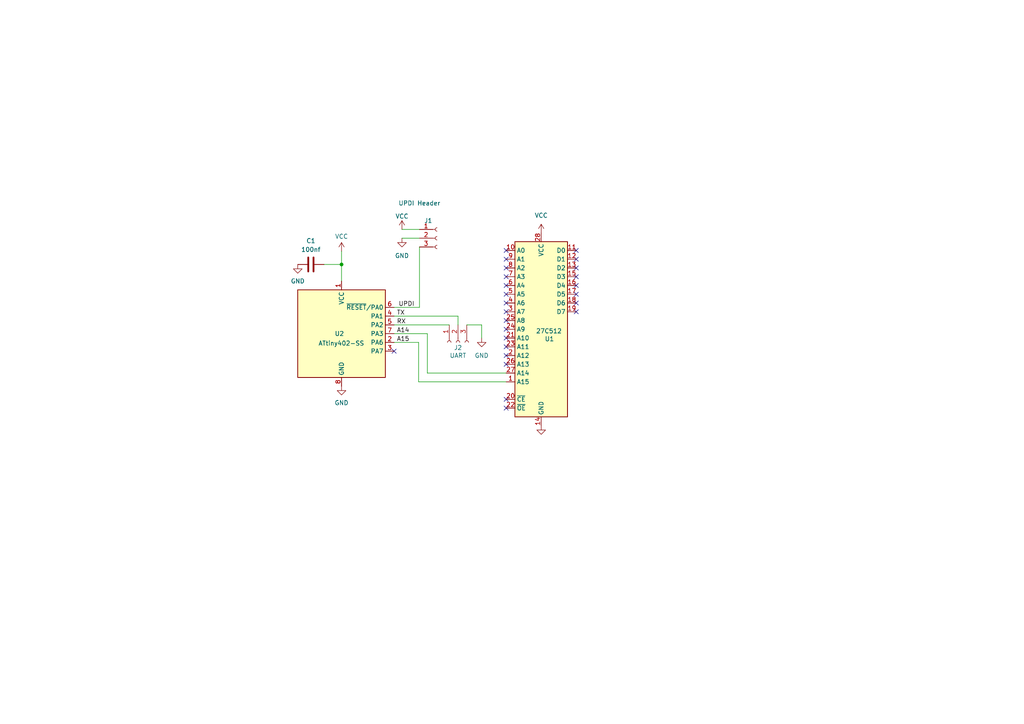
<source format=kicad_sch>
(kicad_sch (version 20230121) (generator eeschema)
  (paper "A4")
  (title_block (title "1541-II Low Profile ROM Switcher") (rev "${REV}"))
  (lib_symbols
    (symbol "Connector:Conn_01x03_Female" (pin_names (offset 1.016) hide)
      (property "Reference" "J" (at 0 5.08 0))
      (property "Value" "Conn_01x03_Female" (at 0 -5.08 0))
      (symbol "Conn_01x03_Female_1_1"
        (arc (start 0 -2.032) (mid -0.5058 -2.54) (end 0 -3.048) (stroke (width 0.1524)))
        (polyline (pts (xy -1.27 -2.54) (xy -0.508 -2.54)) (stroke (width 0.1524)))
        (polyline (pts (xy -1.27 0) (xy -0.508 0)) (stroke (width 0.1524)))
        (polyline (pts (xy -1.27 2.54) (xy -0.508 2.54)) (stroke (width 0.1524)))
        (arc (start 0 0.508) (mid -0.5058 0) (end 0 -0.508) (stroke (width 0.1524)))
        (arc (start 0 3.048) (mid -0.5058 2.54) (end 0 2.032) (stroke (width 0.1524)))
        (pin passive line (at -5.08 2.54 0) (length 3.81) (name "Pin_1") (number "1"))
        (pin passive line (at -5.08 0 0) (length 3.81) (name "Pin_2") (number "2"))
        (pin passive line (at -5.08 -2.54 0) (length 3.81) (name "Pin_3") (number "3"))
      )
    )
    (symbol "Device:C" (pin_numbers hide) (pin_names (offset 0.254))
      (property "Reference" "C" (at 0.635 2.54 0))
      (property "Value" "C" (at 0.635 -2.54 0))
      (symbol "C_0_1"
        (polyline (pts (xy -2.032 -0.762) (xy 2.032 -0.762)) (stroke (width 0.508)))
        (polyline (pts (xy -2.032 0.762) (xy 2.032 0.762)) (stroke (width 0.508)))
      )
      (symbol "C_1_1"
        (pin passive line (at 0 3.81 270) (length 2.794) (name "~") (number "1"))
        (pin passive line (at 0 -3.81 90) (length 2.794) (name "~") (number "2"))
      )
    )
    (symbol "MCU_Microchip_ATtiny:ATtiny402-SS"
      (property "Reference" "U" (at -12.7 13.97 0))
      (property "Value" "ATtiny402-SS" (at 2.54 -13.97 0))
      (symbol "ATtiny402-SS_0_1"
        (rectangle (start -12.7 -12.7) (end 12.7 12.7) (stroke (width 0.254)) (fill (type background)))
      )
      (symbol "ATtiny402-SS_1_1"
        (pin power_in line (at 0 15.24 270) (length 2.54) (name "VCC") (number "1"))
        (pin bidirectional line (at 15.24 -2.54 180) (length 2.54) (name "PA6") (number "2"))
        (pin bidirectional line (at 15.24 -5.08 180) (length 2.54) (name "PA7") (number "3"))
        (pin bidirectional line (at 15.24 5.08 180) (length 2.54) (name "PA1") (number "4"))
        (pin bidirectional line (at 15.24 2.54 180) (length 2.54) (name "PA2") (number "5"))
        (pin bidirectional line (at 15.24 7.62 180) (length 2.54) (name "~{RESET}/PA0") (number "6"))
        (pin bidirectional line (at 15.24 0 180) (length 2.54) (name "PA3") (number "7"))
        (pin power_in line (at 0 -15.24 90) (length 2.54) (name "GND") (number "8"))
      )
    )
    (symbol "Memory_EPROM:27C512"
      (property "Reference" "U" (at -7.62 26.67 0))
      (property "Value" "27C512" (at 2.54 -26.67 0))
      (symbol "27C512_1_1"
        (rectangle (start -7.62 25.4) (end 7.62 -25.4) (stroke (width 0.254)) (fill (type background)))
        (pin input line (at -10.16 -15.24 0) (length 2.54) (name "A15") (number "1"))
        (pin input line (at -10.16 22.86 0) (length 2.54) (name "A0") (number "10"))
        (pin tri_state line (at 10.16 22.86 180) (length 2.54) (name "D0") (number "11"))
        (pin tri_state line (at 10.16 20.32 180) (length 2.54) (name "D1") (number "12"))
        (pin tri_state line (at 10.16 17.78 180) (length 2.54) (name "D2") (number "13"))
        (pin power_in line (at 0 -27.94 90) (length 2.54) (name "GND") (number "14"))
        (pin tri_state line (at 10.16 15.24 180) (length 2.54) (name "D3") (number "15"))
        (pin tri_state line (at 10.16 12.7 180) (length 2.54) (name "D4") (number "16"))
        (pin tri_state line (at 10.16 10.16 180) (length 2.54) (name "D5") (number "17"))
        (pin tri_state line (at 10.16 7.62 180) (length 2.54) (name "D6") (number "18"))
        (pin tri_state line (at 10.16 5.08 180) (length 2.54) (name "D7") (number "19"))
        (pin input line (at -10.16 -7.62 0) (length 2.54) (name "A12") (number "2"))
        (pin input line (at -10.16 -20.32 0) (length 2.54) (name "~{CE}") (number "20"))
        (pin input line (at -10.16 -2.54 0) (length 2.54) (name "A10") (number "21"))
        (pin input line (at -10.16 -22.86 0) (length 2.54) (name "~{OE}") (number "22"))
        (pin input line (at -10.16 -5.08 0) (length 2.54) (name "A11") (number "23"))
        (pin input line (at -10.16 0 0) (length 2.54) (name "A9") (number "24"))
        (pin input line (at -10.16 2.54 0) (length 2.54) (name "A8") (number "25"))
        (pin input line (at -10.16 -10.16 0) (length 2.54) (name "A13") (number "26"))
        (pin input line (at -10.16 -12.7 0) (length 2.54) (name "A14") (number "27"))
        (pin power_in line (at 0 27.94 270) (length 2.54) (name "VCC") (number "28"))
        (pin input line (at -10.16 5.08 0) (length 2.54) (name "A7") (number "3"))
        (pin input line (at -10.16 7.62 0) (length 2.54) (name "A6") (number "4"))
        (pin input line (at -10.16 10.16 0) (length 2.54) (name "A5") (number "5"))
        (pin input line (at -10.16 12.7 0) (length 2.54) (name "A4") (number "6"))
        (pin input line (at -10.16 15.24 0) (length 2.54) (name "A3") (number "7"))
        (pin input line (at -10.16 17.78 0) (length 2.54) (name "A2") (number "8"))
        (pin input line (at -10.16 20.32 0) (length 2.54) (name "A1") (number "9"))
      )
    )
    (symbol "power:GND" (power) (pin_names (offset 0))
      (property "Value" "GND" (at 0 -3.81 0))
      (symbol "GND_0_1"
        (polyline (pts (xy 0 0) (xy 0 -1.27) (xy 1.27 -1.27) (xy 0 -2.54) (xy -1.27 -1.27) (xy 0 -1.27)))
      )
      (symbol "GND_1_1"
        (pin power_in line (at 0 0 270) (length 0) hide (name "GND") (number "1"))
      )
    )
    (symbol "power:VCC" (power) (pin_names (offset 0))
      (property "Value" "VCC" (at 0 3.81 0))
      (symbol "VCC_0_1"
        (polyline (pts (xy -0.762 1.27) (xy 0 2.54)))
        (polyline (pts (xy 0 0) (xy 0 2.54)))
        (polyline (pts (xy 0 2.54) (xy 0.762 1.27)))
      )
      (symbol "VCC_1_1"
        (pin power_in line (at 0 0 90) (length 0) hide (name "VCC") (number "1"))
      )
    )
  )
  (junction (at 99.06 76.708))
  (no_connect (at 167.132 72.644))
  (no_connect (at 146.812 105.664))
  (no_connect (at 167.132 85.344))
  (no_connect (at 146.812 75.184))
  (no_connect (at 146.812 90.424))
  (no_connect (at 146.812 95.504))
  (no_connect (at 146.812 118.364))
  (no_connect (at 167.132 80.264))
  (no_connect (at 167.132 87.884))
  (no_connect (at 146.812 77.724))
  (no_connect (at 146.812 85.344))
  (no_connect (at 167.132 82.804))
  (no_connect (at 146.812 87.884))
  (no_connect (at 146.812 92.964))
  (no_connect (at 146.812 80.264))
  (no_connect (at 114.3 101.854))
  (no_connect (at 146.812 98.044))
  (no_connect (at 146.812 72.644))
  (no_connect (at 167.132 77.724))
  (no_connect (at 167.132 75.184))
  (no_connect (at 167.132 90.424))
  (no_connect (at 146.812 82.804))
  (no_connect (at 146.812 100.584))
  (no_connect (at 146.812 115.824))
  (no_connect (at 146.812 103.124))
  (wire (pts (xy 114.3 89.154) (xy 121.666 89.154)))
  (wire (pts (xy 121.666 71.628) (xy 121.666 89.154)))
  (wire (pts (xy 121.412 99.314) (xy 121.412 110.744)))
  (wire (pts (xy 114.3 99.314) (xy 121.412 99.314)))
  (wire (pts (xy 114.3 94.234) (xy 130.302 94.234)))
  (wire (pts (xy 139.7 94.234) (xy 139.7 98.044)))
  (wire (pts (xy 135.382 94.234) (xy 139.7 94.234)))
  (wire (pts (xy 121.412 110.744) (xy 146.812 110.744)))
  (wire (pts (xy 123.952 108.204) (xy 146.812 108.204)))
  (wire (pts (xy 99.06 72.898) (xy 99.06 76.708)))
  (wire (pts (xy 93.98 76.708) (xy 99.06 76.708)))
  (wire (pts (xy 121.666 66.548) (xy 116.586 66.548)))
  (wire (pts (xy 121.666 69.088) (xy 116.586 69.088)))
  (wire (pts (xy 99.06 76.708) (xy 99.06 81.534)))
  (wire (pts (xy 132.842 94.234) (xy 132.842 91.694)))
  (wire (pts (xy 123.952 96.774) (xy 123.952 108.204)))
  (wire (pts (xy 114.3 96.774) (xy 123.952 96.774)))
  (wire (pts (xy 114.3 91.694) (xy 132.842 91.694)))
  (label "A14" (at 115.062 96.774 0))
  (label "UPDI" (at 115.57 89.154 0))
  (label "RX" (at 115.062 94.234 0))
  (label "TX" (at 115.062 91.694 0))
  (label "A15" (at 115.062 99.314 0))
  (symbol (lib_id "MCU_Microchip_ATtiny:ATtiny402-SS") (at 99.06 96.774 0) (unit 1)
    (property "Reference" "U2" (at 99.822 96.774 0) (effects (justify right)))
    (property "Value" "ATtiny402-SS" (at 105.664 99.568 0) (effects (justify right)))
    (property "Footprint" "Package_SO:SOIC-8_3.9x4.9mm_P1.27mm" (effects hide))
    (property "Datasheet" "http://ww1.microchip.com/downloads/en/DeviceDoc/ATtiny202-402-AVR-MCU-with-Core-Independent-Peripherals_and-picoPower-40001969A.pdf" (effects hide))
  )
  (symbol (lib_id "power:VCC") (at 99.06 72.898 0) (unit 1)
    (property "Reference" "#PWR04" (effects hide))
    (property "Value" "VCC" (at 99.06 68.58 0))
  )
  (symbol (lib_id "power:VCC") (at 116.586 66.548 0) (mirror y) (unit 1)
    (property "Reference" "#PWR06" (effects hide))
    (property "Value" "VCC" (at 116.586 62.738 0))
  )
  (symbol (lib_id "power:GND") (at 86.36 76.708 0) (unit 1)
    (property "Reference" "#PWR05" (effects hide))
    (property "Value" "GND" (at 86.36 81.534 0))
  )
  (symbol (lib_id "power:VCC") (at 156.972 67.564 0) (unit 1)
    (property "Reference" "#PWR03" (effects hide))
    (property "Value" "VCC" (at 156.972 62.484 0))
  )
  (symbol (lib_id "power:GND") (at 156.972 123.444 0) (unit 1)
    (property "Reference" "#PWR02" (effects hide))
    (property "Value" "GND" (effects hide))
  )
  (symbol (lib_id "Device:C") (at 90.17 76.708 90) (unit 1)
    (property "Reference" "C1" (at 90.17 69.85 90))
    (property "Value" "100nf" (at 90.17 72.39 90))
    (property "Footprint" "Capacitor_SMD:C_0805_2012Metric" (effects hide))
  )
  (symbol (lib_id "Memory_EPROM:27C512") (at 156.972 95.504 0) (unit 1)
    (property "Reference" "U1" (at 157.988 98.298 0) (effects (justify left)))
    (property "Value" "27C512" (at 155.448 96.012 0) (effects (justify left)))
    (property "Footprint" "1541-II-low-profile-rom-switcher:DIP-28_W15.24mm_Socket_Wide_Holes" (effects hide))
    (property "Datasheet" "http://ww1.microchip.com/downloads/en/DeviceDoc/doc0015.pdf" (effects hide))
  )
  (symbol (lib_id "Connector:Conn_01x03_Female") (at 132.842 99.314 90) (mirror x) (unit 1)
    (property "Reference" "J2" (at 132.842 100.838 90))
    (property "Value" "UART" (at 132.842 103.124 90))
    (property "Footprint" "Connector_PinHeader_2.54mm:PinHeader_1x03_P2.54mm_Vertical" (effects hide))
  )
  (symbol (lib_id "power:GND") (at 116.586 69.088 0) (mirror y) (unit 1)
    (property "Reference" "#PWR07" (effects hide))
    (property "Value" "GND" (at 116.586 74.168 0))
  )
  (symbol (lib_id "Connector:Conn_01x03_Female") (at 126.746 69.088 0) (unit 1)
    (property "Reference" "J1" (at 124.206 64.008 0))
    (property "Value" "UPDI Header" (at 121.666 58.928 0))
    (property "Footprint" "Connector_PinHeader_2.54mm:PinHeader_1x03_P2.54mm_Vertical" (effects hide))
  )
  (symbol (lib_id "power:GND") (at 139.7 98.044 0) (unit 1)
    (property "Reference" "#PWR08" (effects hide))
    (property "Value" "GND" (at 139.7 103.124 0))
  )
  (symbol (lib_id "power:GND") (at 99.06 112.014 0) (unit 1)
    (property "Reference" "#PWR01" (effects hide))
    (property "Value" "GND" (at 99.06 116.84 0))
  )
)
</source>
